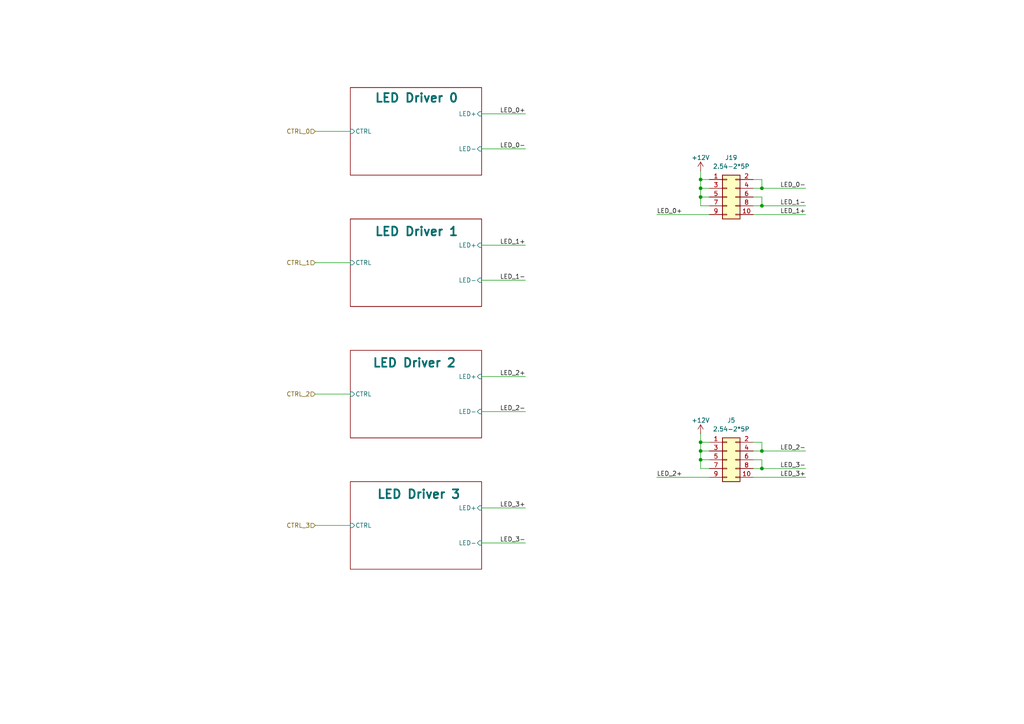
<source format=kicad_sch>
(kicad_sch (version 20231120) (generator "eeschema") (generator_version "8.0")
  (paper "A4")
  (title_block (title "Control board") (date "2024-06-11") (rev "${VERSION}") (company "TrendBit s.r.o.") (comment 1 "Designed by: Petr Malaník"))
  (lib_symbols
    (symbol "Connector_Generic:Conn_02x05_Odd_Even" (pin_names (offset 1.016) hide)
      (property "Reference" "J" (at 1.27 7.62 0))
      (property "Value" "Conn_02x05_Odd_Even" (at 1.27 -7.62 0))
      (symbol "Conn_02x05_Odd_Even_1_1"
        (rectangle (start -1.27 -4.953) (end 0 -5.207) (stroke (width 0.1524)))
        (rectangle (start -1.27 -2.413) (end 0 -2.667) (stroke (width 0.1524)))
        (rectangle (start -1.27 0.127) (end 0 -0.127) (stroke (width 0.1524)))
        (rectangle (start -1.27 2.667) (end 0 2.413) (stroke (width 0.1524)))
        (rectangle (start -1.27 5.207) (end 0 4.953) (stroke (width 0.1524)))
        (rectangle (start -1.27 6.35) (end 3.81 -6.35) (stroke (width 0.254)) (fill (type background)))
        (rectangle (start 3.81 -4.953) (end 2.54 -5.207) (stroke (width 0.1524)))
        (rectangle (start 3.81 -2.413) (end 2.54 -2.667) (stroke (width 0.1524)))
        (rectangle (start 3.81 0.127) (end 2.54 -0.127) (stroke (width 0.1524)))
        (rectangle (start 3.81 2.667) (end 2.54 2.413) (stroke (width 0.1524)))
        (rectangle (start 3.81 5.207) (end 2.54 4.953) (stroke (width 0.1524)))
        (pin passive line (at -5.08 5.08 0) (length 3.81) (name "Pin_1") (number "1"))
        (pin passive line (at 7.62 -5.08 180) (length 3.81) (name "Pin_10") (number "10"))
        (pin passive line (at 7.62 5.08 180) (length 3.81) (name "Pin_2") (number "2"))
        (pin passive line (at -5.08 2.54 0) (length 3.81) (name "Pin_3") (number "3"))
        (pin passive line (at 7.62 2.54 180) (length 3.81) (name "Pin_4") (number "4"))
        (pin passive line (at -5.08 0 0) (length 3.81) (name "Pin_5") (number "5"))
        (pin passive line (at 7.62 0 180) (length 3.81) (name "Pin_6") (number "6"))
        (pin passive line (at -5.08 -2.54 0) (length 3.81) (name "Pin_7") (number "7"))
        (pin passive line (at 7.62 -2.54 180) (length 3.81) (name "Pin_8") (number "8"))
        (pin passive line (at -5.08 -5.08 0) (length 3.81) (name "Pin_9") (number "9"))
      )
    )
    (symbol "power:+12V" (power) (pin_numbers hide) (pin_names (offset 0) hide)
      (property "Value" "+12V" (at 0 3.556 0))
      (symbol "+12V_0_1"
        (polyline (pts (xy -0.762 1.27) (xy 0 2.54)))
        (polyline (pts (xy 0 0) (xy 0 2.54)))
        (polyline (pts (xy 0 2.54) (xy 0.762 1.27)))
      )
      (symbol "+12V_1_1"
        (pin power_in line (at 0 0 90) (length 0) (name "~") (number "1"))
      )
    )
  )
  (junction (at 203.2 54.61))
  (junction (at 220.98 130.81))
  (junction (at 203.2 130.81))
  (junction (at 220.98 54.61))
  (junction (at 203.2 57.15))
  (junction (at 220.98 59.69))
  (junction (at 220.98 135.89))
  (junction (at 203.2 128.27))
  (junction (at 203.2 133.35))
  (junction (at 203.2 52.07))
  (wire (pts (xy 220.98 130.81) (xy 233.68 130.81)))
  (wire (pts (xy 220.98 128.27) (xy 220.98 130.81)))
  (wire (pts (xy 203.2 52.07) (xy 205.74 52.07)))
  (wire (pts (xy 203.2 133.35) (xy 205.74 133.35)))
  (wire (pts (xy 190.5 62.23) (xy 205.74 62.23)))
  (wire (pts (xy 203.2 57.15) (xy 205.74 57.15)))
  (wire (pts (xy 218.44 135.89) (xy 220.98 135.89)))
  (wire (pts (xy 139.7 147.32) (xy 152.4 147.32)))
  (wire (pts (xy 218.44 62.23) (xy 233.68 62.23)))
  (wire (pts (xy 139.7 81.28) (xy 152.4 81.28)))
  (wire (pts (xy 220.98 54.61) (xy 233.68 54.61)))
  (wire (pts (xy 218.44 133.35) (xy 220.98 133.35)))
  (wire (pts (xy 203.2 125.73) (xy 203.2 128.27)))
  (wire (pts (xy 139.7 157.48) (xy 152.4 157.48)))
  (wire (pts (xy 190.5 138.43) (xy 205.74 138.43)))
  (wire (pts (xy 220.98 52.07) (xy 220.98 54.61)))
  (wire (pts (xy 91.44 76.2) (xy 101.6 76.2)))
  (wire (pts (xy 139.7 71.12) (xy 152.4 71.12)))
  (wire (pts (xy 139.7 119.38) (xy 152.4 119.38)))
  (wire (pts (xy 205.74 135.89) (xy 203.2 135.89)))
  (wire (pts (xy 139.7 43.18) (xy 152.4 43.18)))
  (wire (pts (xy 218.44 52.07) (xy 220.98 52.07)))
  (wire (pts (xy 220.98 57.15) (xy 220.98 59.69)))
  (wire (pts (xy 203.2 133.35) (xy 203.2 135.89)))
  (wire (pts (xy 91.44 38.1) (xy 101.6 38.1)))
  (wire (pts (xy 203.2 54.61) (xy 205.74 54.61)))
  (wire (pts (xy 218.44 57.15) (xy 220.98 57.15)))
  (wire (pts (xy 91.44 152.4) (xy 101.6 152.4)))
  (wire (pts (xy 203.2 49.53) (xy 203.2 52.07)))
  (wire (pts (xy 218.44 130.81) (xy 220.98 130.81)))
  (wire (pts (xy 139.7 33.02) (xy 152.4 33.02)))
  (wire (pts (xy 218.44 59.69) (xy 220.98 59.69)))
  (wire (pts (xy 203.2 128.27) (xy 203.2 130.81)))
  (wire (pts (xy 205.74 59.69) (xy 203.2 59.69)))
  (wire (pts (xy 218.44 54.61) (xy 220.98 54.61)))
  (wire (pts (xy 220.98 133.35) (xy 220.98 135.89)))
  (wire (pts (xy 218.44 138.43) (xy 233.68 138.43)))
  (wire (pts (xy 139.7 109.22) (xy 152.4 109.22)))
  (wire (pts (xy 220.98 59.69) (xy 233.68 59.69)))
  (wire (pts (xy 220.98 135.89) (xy 233.68 135.89)))
  (wire (pts (xy 203.2 128.27) (xy 205.74 128.27)))
  (wire (pts (xy 203.2 130.81) (xy 205.74 130.81)))
  (wire (pts (xy 218.44 128.27) (xy 220.98 128.27)))
  (wire (pts (xy 203.2 130.81) (xy 203.2 133.35)))
  (wire (pts (xy 203.2 57.15) (xy 203.2 59.69)))
  (wire (pts (xy 203.2 54.61) (xy 203.2 57.15)))
  (wire (pts (xy 203.2 52.07) (xy 203.2 54.61)))
  (wire (pts (xy 91.44 114.3) (xy 101.6 114.3)))
  (label "LED_3-" (at 233.68 135.89 180))
  (label "LED_2-" (at 152.4 119.38 180))
  (label "LED_1+" (at 233.68 62.23 180))
  (label "LED_0-" (at 233.68 54.61 180))
  (label "LED_1-" (at 233.68 59.69 180))
  (label "LED_3-" (at 152.4 157.48 180))
  (label "LED_0-" (at 152.4 43.18 180))
  (label "LED_1-" (at 152.4 81.28 180))
  (label "LED_2+" (at 152.4 109.22 180))
  (label "LED_2+" (at 190.5 138.43 0))
  (label "LED_3+" (at 233.68 138.43 180))
  (label "LED_2-" (at 233.68 130.81 180))
  (label "LED_1+" (at 152.4 71.12 180))
  (label "LED_0+" (at 152.4 33.02 180))
  (label "LED_3+" (at 152.4 147.32 180))
  (label "LED_0+" (at 190.5 62.23 0))
  (hierarchical_label "CTRL_3" (shape input) (at 91.44 152.4 180))
  (hierarchical_label "CTRL_2" (shape input) (at 91.44 114.3 180))
  (hierarchical_label "CTRL_1" (shape input) (at 91.44 76.2 180))
  (hierarchical_label "CTRL_0" (shape input) (at 91.44 38.1 180))
  (symbol (lib_id "Connector_Generic:Conn_02x05_Odd_Even") (at 210.82 133.35 0) (unit 1)
    (property "Reference" "J5" (at 212.09 121.92 0))
    (property "Value" "2.54-2*5P" (at 212.09 124.46 0))
    (property "Footprint" "Connector_IDC:IDC-Header_2x05_P2.54mm_Vertical" (effects (hide yes)))
    (property "Description" "Generic connector, double row, 02x05, odd/even pin numbering scheme (row 1 odd numbers, row 2 even numbers), script generated (kicad-library-utils/schlib/autogen/connector/)" (effects (hide yes)))
    (property "LCSC" "C5665" (effects (hide yes)))
    (property "MPN" " 2.54-2*5P" (effects (hide yes)))
  )
  (symbol (lib_id "Connector_Generic:Conn_02x05_Odd_Even") (at 210.82 57.15 0) (unit 1)
    (property "Reference" "J19" (at 212.09 45.72 0))
    (property "Value" "2.54-2*5P" (at 212.09 48.26 0))
    (property "Footprint" "Connector_IDC:IDC-Header_2x05_P2.54mm_Vertical" (effects (hide yes)))
    (property "Description" "Generic connector, double row, 02x05, odd/even pin numbering scheme (row 1 odd numbers, row 2 even numbers), script generated (kicad-library-utils/schlib/autogen/connector/)" (effects (hide yes)))
    (property "LCSC" "C5665" (effects (hide yes)))
    (property "MPN" " 2.54-2*5P" (effects (hide yes)))
  )
  (symbol (lib_id "power:+12V") (at 203.2 125.73 0) (unit 1)
    (property "Reference" "#PWR087" (effects (hide yes)))
    (property "Value" "+12V" (at 203.2 121.92 0))
    (property "Description" "Power symbol creates a global label with name \"+12V\"" (effects (hide yes)))
  )
  (symbol (lib_id "power:+12V") (at 203.2 49.53 0) (unit 1)
    (property "Reference" "#PWR086" (effects (hide yes)))
    (property "Value" "+12V" (at 203.2 45.72 0))
    (property "Description" "Power symbol creates a global label with name \"+12V\"" (effects (hide yes)))
  )
  (sheet (at 101.6 25.4) (size 38.1 25.4) (stroke (width 0.1524))
    (property "Sheetname" "LED Driver 0" (at 108.585 29.845 0) (effects (font (size 2.5 2.5) (bold yes)) (justify left bottom)))
    (property "Sheetfile" "led_driver.kicad_sch" (effects (hide yes)))
    (pin "CTRL" input (at 101.6 38.1 180))
    (pin "LED+" input (at 139.7 33.02 0))
    (pin "LED-" input (at 139.7 43.18 0))
  )
  (sheet (at 101.6 63.5) (size 38.1 25.4) (stroke (width 0.1524))
    (property "Sheetname" "LED Driver 1" (at 108.585 68.58 0) (effects (font (size 2.5 2.5) (bold yes)) (justify left bottom)))
    (property "Sheetfile" "led_driver.kicad_sch" (effects (hide yes)))
    (pin "CTRL" input (at 101.6 76.2 180))
    (pin "LED+" input (at 139.7 71.12 0))
    (pin "LED-" input (at 139.7 81.28 0))
  )
  (sheet (at 101.6 139.7) (size 38.1 25.4) (stroke (width 0.1524))
    (property "Sheetname" "LED Driver 3" (at 109.22 144.78 0) (effects (font (size 2.5 2.5) (bold yes)) (justify left bottom)))
    (property "Sheetfile" "led_driver.kicad_sch" (effects (hide yes)))
    (pin "CTRL" input (at 101.6 152.4 180))
    (pin "LED+" input (at 139.7 147.32 0))
    (pin "LED-" input (at 139.7 157.48 0))
  )
  (sheet (at 101.6 101.6) (size 38.1 25.4) (stroke (width 0.1524))
    (property "Sheetname" "LED Driver 2" (at 107.95 106.68 0) (effects (font (size 2.5 2.5) (bold yes)) (justify left bottom)))
    (property "Sheetfile" "led_driver.kicad_sch" (effects (hide yes)))
    (pin "CTRL" input (at 101.6 114.3 180))
    (pin "LED+" input (at 139.7 109.22 0))
    (pin "LED-" input (at 139.7 119.38 0))
  )
)
</source>
